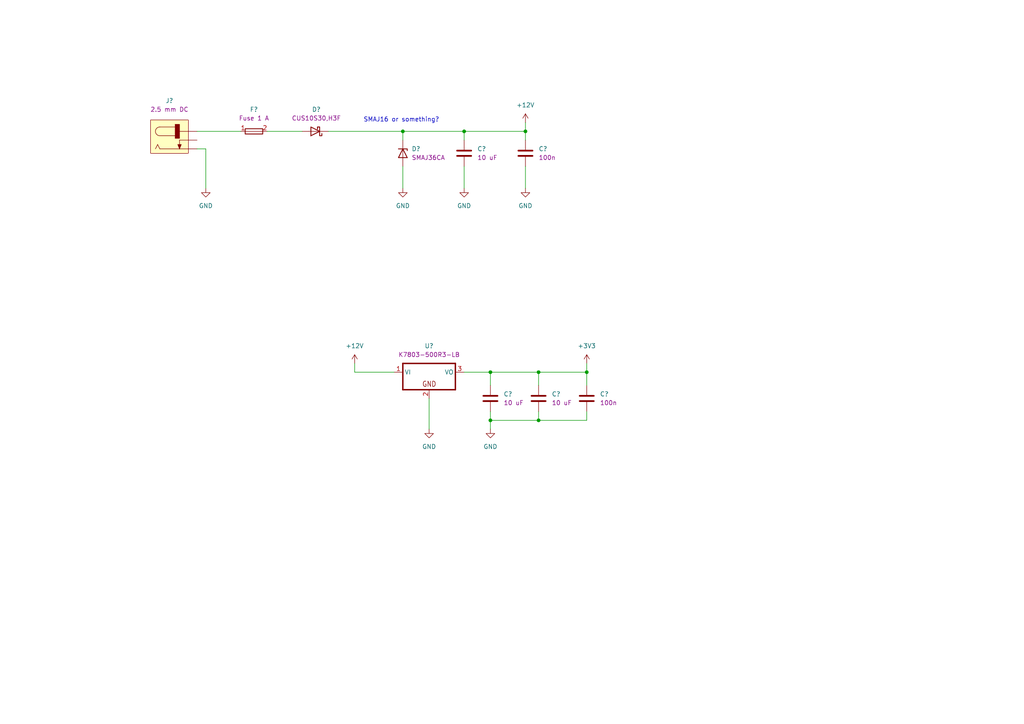
<source format=kicad_sch>
(kicad_sch (version 20211123) (generator eeschema)
  (paper "A4")
  (title_block (title "Gear Display Board") (date "2022-08-07") (rev "1.0") (company "Kallio Designs Oy") (comment 1 "Teemu Latonen") (comment 2 "ASSEMBLY_PN") (comment 3 "PCB_PN"))
  (lib_symbols
    (symbol "KD_Capacitor:C_0603_100n_X7R_100V" (pin_numbers hide) (pin_names hide)
      (property "Reference" "C" (at 2.54 1.27 0))
      (property "Code" "100n" (at 2.54 -1.27 0))
      (symbol "C_0603_100n_X7R_100V_0_1"
        (polyline (pts (xy -2.032 -0.762) (xy 2.032 -0.762)) (stroke (width 0.508)))
        (polyline (pts (xy -2.032 0.762) (xy 2.032 0.762)) (stroke (width 0.508)))
      )
      (symbol "C_0603_100n_X7R_100V_1_1"
        (pin passive line (at 0 3.81 270) (length 2.794) (name "~") (number "1"))
        (pin passive line (at 0 -3.81 90) (length 2.794) (name "~") (number "2"))
      )
    )
    (symbol "KD_Capacitor:C_1206_10u_50V" (pin_numbers hide) (pin_names hide)
      (property "Reference" "C" (at 2.54 1.27 0))
      (property "Code" "10 uF" (at 2.54 -1.27 0))
      (symbol "C_1206_10u_50V_0_1"
        (polyline (pts (xy -2.032 -0.762) (xy 2.032 -0.762)) (stroke (width 0.508)))
        (polyline (pts (xy -2.032 0.762) (xy 2.032 0.762)) (stroke (width 0.508)))
      )
      (symbol "C_1206_10u_50V_1_1"
        (pin passive line (at 0 3.81 270) (length 2.794) (name "~") (number "1"))
        (pin passive line (at 0 -3.81 90) (length 2.794) (name "~") (number "2"))
      )
    )
    (symbol "KD_Connector_Circular:DC_2.5_5.5_PJ-090BH" (pin_numbers hide) (pin_names hide)
      (property "Reference" "J" (at -13.716 7.366 0))
      (property "Code" "2.5 mm DC" (at -13.716 4.826 0))
      (symbol "DC_2.5_5.5_PJ-090BH_0_1"
        (rectangle (start -13.462 3.302) (end -2.54 -6.35) (fill (type background)))
        (rectangle (start -5.08 2.032) (end -6.35 -2.032) (fill (type outline)))
      )
      (symbol "DC_2.5_5.5_PJ-090BH_1_0"
        (polyline (pts (xy -11.43 -3.81) (xy -12.065 -5.08)))
        (polyline (pts (xy -10.795 -5.08) (xy -11.43 -3.81)))
        (polyline (pts (xy -10.795 1.27) (xy -6.35 1.27)))
        (polyline (pts (xy -6.35 -1.27) (xy -10.795 -1.27)))
        (polyline (pts (xy -5.08 -5.08) (xy -10.795 -5.08)))
        (polyline (pts (xy -5.08 -2.54) (xy -5.08 -5.08)))
      )
      (symbol "DC_2.5_5.5_PJ-090BH_1_1"
        (arc (start -10.795 1.27) (mid -12.065 0) (end -10.795 -1.27))
        (polyline (pts (xy -5.08 -5.08) (xy -5.588 -3.81) (xy -5.588 -3.81) (xy -4.572 -3.81) (xy -4.572 -3.81) (xy -5.08 -5.08)) (fill (type outline)))
        (pin power_out line (at 0 0 180) (length 5.08) (name "CENTER") (number "1"))
        (pin passive line (at 0 -5.08 180) (length 5.08) (name "SLEEVE") (number "2"))
        (pin passive line (at 0 -2.54 180) (length 5.08) (name "NC") (number "3"))
        (pin passive line (at 0 -5.08 180) (length 5.08) hide (name "CENTER") (number "4"))
      )
    )
    (symbol "KD_Devices_Other:Fuse_1A_C1F_1"
      (property "Reference" "F" (at 2.54 1.27 0))
      (property "Code" "Fuse 1 A" (at 2.54 -1.27 0))
      (symbol "Fuse_1A_C1F_1_0_1"
        (rectangle (start -0.762 -2.54) (end 0.762 2.54) (stroke (width 0.254)))
        (polyline (pts (xy 0 2.54) (xy 0 -2.54)))
      )
      (symbol "Fuse_1A_C1F_1_1_1"
        (pin passive line (at 0 3.81 270) (length 1.27) (name "~") (number "1"))
        (pin passive line (at 0 -3.81 90) (length 1.27) (name "~") (number "2"))
      )
    )
    (symbol "KD_Diode:Schottky_30V_1A_Toshiba_CUS10S30" (pin_numbers hide) (pin_names hide)
      (property "Reference" "D" (at 0 2.54 0))
      (property "Code" "CUS10S30,H3F" (at 0 -2.54 0))
      (symbol "Schottky_30V_1A_Toshiba_CUS10S30_0_1"
        (polyline (pts (xy 1.27 0) (xy -1.27 0)))
        (polyline (pts (xy 1.27 1.27) (xy 1.27 -1.27) (xy -1.27 0) (xy 1.27 1.27)) (stroke (width 0.254)))
        (polyline (pts (xy -1.905 0.635) (xy -1.905 1.27) (xy -1.27 1.27) (xy -1.27 -1.27) (xy -0.635 -1.27) (xy -0.635 -0.635)) (stroke (width 0.254)))
      )
      (symbol "Schottky_30V_1A_Toshiba_CUS10S30_1_1"
        (pin passive line (at -3.81 0 0) (length 2.54) (name "K") (number "1"))
        (pin passive line (at 3.81 0 180) (length 2.54) (name "A") (number "2"))
      )
    )
    (symbol "KD_Diode:TVS_36V_SMAJ36CA" (pin_numbers hide) (pin_names hide)
      (property "Reference" "D" (at 0 2.54 0))
      (property "Code" "SMAJ36CA" (at 0 -2.54 0))
      (symbol "TVS_36V_SMAJ36CA_0_1"
        (polyline (pts (xy 1.27 0) (xy -1.27 0)))
        (polyline (pts (xy -0.762 1.27) (xy -1.27 1.27) (xy -1.27 -1.27)) (stroke (width 0.254)))
        (polyline (pts (xy 1.27 1.27) (xy 1.27 -1.27) (xy -1.27 0) (xy 1.27 1.27)) (stroke (width 0.254)))
      )
      (symbol "TVS_36V_SMAJ36CA_1_1"
        (pin passive line (at -3.81 0 0) (length 2.54) (name "K") (number "1"))
        (pin passive line (at 3.81 0 180) (length 2.54) (name "A") (number "2"))
      )
    )
    (symbol "KD_IC_Regulator_DC_Converter:DC_DC_3V3+-_0A5_K7803-500R3-LB"
      (property "Reference" "U" (at -7.62 6.35 0))
      (property "Code" "K7803-500R3-LB" (at -7.62 3.81 0))
      (symbol "DC_DC_3V3+-_0A5_K7803-500R3-LB_1_0"
        (polyline (pts (xy -7.62 -5.08) (xy 7.62 -5.08)) (stroke (width 0.4064)))
        (polyline (pts (xy -7.62 2.54) (xy -7.62 -5.08)) (stroke (width 0.4064)))
        (polyline (pts (xy 7.62 -5.08) (xy 7.62 2.54)) (stroke (width 0.4064)))
        (polyline (pts (xy 7.62 2.54) (xy -7.62 2.54)) (stroke (width 0.4064)))
        (text "GND" (at -2.032 -4.318 0) (effects (font (size 1.524 1.2954)) (justify left bottom)))
        (pin passive line (at -10.16 0 0) (length 2.54) (name "VI") (number "1"))
        (pin passive line (at 0 -7.62 90) (length 2.54) (name "GND") (number "2"))
        (pin power_out line (at 10.16 0 180) (length 2.54) (name "VO") (number "3"))
      )
    )
    (symbol "power:+12V" (power) (pin_names (offset 0))
      (property "Value" "+12V" (at 0 3.556 0))
      (symbol "+12V_0_1"
        (polyline (pts (xy -0.762 1.27) (xy 0 2.54)))
        (polyline (pts (xy 0 0) (xy 0 2.54)))
        (polyline (pts (xy 0 2.54) (xy 0.762 1.27)))
      )
      (symbol "+12V_1_1"
        (pin power_in line (at 0 0 90) (length 0) hide (name "+12V") (number "1"))
      )
    )
    (symbol "power:+3V3" (power) (pin_names (offset 0))
      (property "Value" "+3V3" (at 0 3.556 0))
      (symbol "+3V3_0_1"
        (polyline (pts (xy -0.762 1.27) (xy 0 2.54)))
        (polyline (pts (xy 0 0) (xy 0 2.54)))
        (polyline (pts (xy 0 2.54) (xy 0.762 1.27)))
      )
      (symbol "+3V3_1_1"
        (pin power_in line (at 0 0 90) (length 0) hide (name "+3V3") (number "1"))
      )
    )
    (symbol "power:GND" (power) (pin_names (offset 0))
      (property "Value" "GND" (at 0 -3.81 0))
      (symbol "GND_0_1"
        (polyline (pts (xy 0 0) (xy 0 -1.27) (xy 1.27 -1.27) (xy 0 -2.54) (xy -1.27 -1.27) (xy 0 -1.27)))
      )
      (symbol "GND_1_1"
        (pin power_in line (at 0 0 270) (length 0) hide (name "GND") (number "1"))
      )
    )
  )
  (junction (at 156.21 107.95))
  (junction (at 142.24 107.95))
  (junction (at 116.84 38.1))
  (junction (at 156.21 121.92))
  (junction (at 170.18 107.95))
  (junction (at 152.4 38.1))
  (junction (at 134.62 38.1))
  (junction (at 142.24 121.92))
  (wire (pts (xy 134.62 107.95) (xy 142.24 107.95)))
  (wire (pts (xy 116.84 38.1) (xy 134.62 38.1)))
  (wire (pts (xy 170.18 119.38) (xy 170.18 121.92)))
  (wire (pts (xy 116.84 40.64) (xy 116.84 38.1)))
  (wire (pts (xy 77.47 38.1) (xy 87.63 38.1)))
  (wire (pts (xy 57.15 38.1) (xy 69.85 38.1)))
  (wire (pts (xy 124.46 115.57) (xy 124.46 124.46)))
  (wire (pts (xy 156.21 107.95) (xy 156.21 111.76)))
  (wire (pts (xy 134.62 38.1) (xy 152.4 38.1)))
  (wire (pts (xy 142.24 121.92) (xy 156.21 121.92)))
  (wire (pts (xy 134.62 48.26) (xy 134.62 54.61)))
  (wire (pts (xy 142.24 119.38) (xy 142.24 121.92)))
  (wire (pts (xy 142.24 121.92) (xy 142.24 124.46)))
  (wire (pts (xy 134.62 38.1) (xy 134.62 40.64)))
  (wire (pts (xy 59.69 43.18) (xy 59.69 54.61)))
  (wire (pts (xy 114.3 107.95) (xy 102.87 107.95)))
  (wire (pts (xy 152.4 48.26) (xy 152.4 54.61)))
  (wire (pts (xy 170.18 105.41) (xy 170.18 107.95)))
  (wire (pts (xy 102.87 107.95) (xy 102.87 105.41)))
  (wire (pts (xy 156.21 119.38) (xy 156.21 121.92)))
  (wire (pts (xy 116.84 48.26) (xy 116.84 54.61)))
  (wire (pts (xy 156.21 121.92) (xy 170.18 121.92)))
  (wire (pts (xy 142.24 107.95) (xy 156.21 107.95)))
  (wire (pts (xy 156.21 107.95) (xy 170.18 107.95)))
  (wire (pts (xy 95.25 38.1) (xy 116.84 38.1)))
  (wire (pts (xy 142.24 107.95) (xy 142.24 111.76)))
  (wire (pts (xy 57.15 43.18) (xy 59.69 43.18)))
  (wire (pts (xy 152.4 35.56) (xy 152.4 38.1)))
  (wire (pts (xy 170.18 111.76) (xy 170.18 107.95)))
  (wire (pts (xy 152.4 40.64) (xy 152.4 38.1)))
  (text "SMAJ16 or something?" (at 105.41 35.56 0) (effects (font (size 1.27 1.27)) (justify left bottom)))
  (symbol (lib_id "KD_Diode:TVS_36V_SMAJ36CA") (at 116.84 44.45 270) (unit 1)
    (property "Reference" "D?" (at 119.38 43.1799 90) (effects (justify left)))
    (property "Value" "TVS_36V_SMAJ36CA" (effects hide))
    (property "Footprint" "KD_Diode:D_SMA" (effects hide))
    (property "Datasheet" "https://www.yageo.com/upload/media/product/products/datasheet/cpc/tvs/SMAJ_1.pdf" (effects hide))
    (property "Code" "SMAJ36CA" (at 119.38 45.7199 90) (effects (justify left)))
    (property "Manufacturer" "YAGEO" (effects hide))
    (property "MFG_PartNo" "SMAJ36CA" (effects hide))
    (property "Supplier" "Digi-Key" (effects hide))
    (property "Supplier_PartNo" "13-SMAJ36CA TR13CT-ND" (effects hide))
    (property "DNP" "F" (effects hide))
    (property "Price" "0.2" (effects hide))
  )
  (symbol (lib_id "KD_Capacitor:C_0603_100n_X7R_100V") (at 152.4 44.45 0) (unit 1)
    (property "Reference" "C?" (at 156.21 43.1799 0) (effects (justify left)))
    (property "Value" "C_0603_100n_X7R_100V" (effects hide))
    (property "Footprint" "KD_Capacitor:C_0603_1608Metric" (effects hide))
    (property "Datasheet" "https://media.digikey.com/pdf/Data%20Sheets/Samsung%20PDFs/CL10B104KC8NNNC_Spec.pdf" (effects hide))
    (property "Code" "100n" (at 156.21 45.7199 0) (effects (justify left)))
    (property "Manufacturer" "Samsung Electro-Mechanics" (effects hide))
    (property "MFG_PartNo" "CL10B104KC8NNNC" (effects hide))
    (property "Supplier" "Digi-Key" (effects hide))
    (property "Supplier_PartNo" "1276-6807-1-ND" (effects hide))
    (property "DNP" "F" (effects hide))
    (property "Price" "0.03" (effects hide))
  )
  (symbol (lib_id "power:+12V") (at 102.87 105.41 0) (unit 1)
    (property "Reference" "#PWR?" (effects hide))
    (property "Value" "+12V" (at 102.87 100.33 0))
  )
  (symbol (lib_id "power:GND") (at 134.62 54.61 0) (unit 1)
    (property "Reference" "#PWR?" (effects hide))
    (property "Value" "GND" (at 134.62 59.69 0))
  )
  (symbol (lib_id "power:GND") (at 124.46 124.46 0) (unit 1)
    (property "Reference" "#PWR?" (effects hide))
    (property "Value" "GND" (at 124.46 129.54 0))
  )
  (symbol (lib_id "KD_Capacitor:C_0603_100n_X7R_100V") (at 170.18 115.57 0) (unit 1)
    (property "Reference" "C?" (at 173.99 114.2999 0) (effects (justify left)))
    (property "Value" "C_0603_100n_X7R_100V" (effects hide))
    (property "Footprint" "KD_Capacitor:C_0603_1608Metric" (effects hide))
    (property "Datasheet" "https://media.digikey.com/pdf/Data%20Sheets/Samsung%20PDFs/CL10B104KC8NNNC_Spec.pdf" (effects hide))
    (property "Code" "100n" (at 173.99 116.8399 0) (effects (justify left)))
    (property "Manufacturer" "Samsung Electro-Mechanics" (effects hide))
    (property "MFG_PartNo" "CL10B104KC8NNNC" (effects hide))
    (property "Supplier" "Digi-Key" (effects hide))
    (property "Supplier_PartNo" "1276-6807-1-ND" (effects hide))
    (property "DNP" "F" (effects hide))
    (property "Price" "0.03" (effects hide))
  )
  (symbol (lib_id "power:+3V3") (at 170.18 105.41 0) (unit 1)
    (property "Reference" "#PWR?" (effects hide))
    (property "Value" "+3V3" (at 170.18 100.33 0))
  )
  (symbol (lib_id "power:GND") (at 142.24 124.46 0) (unit 1)
    (property "Reference" "#PWR?" (effects hide))
    (property "Value" "GND" (at 142.24 129.54 0))
  )
  (symbol (lib_id "KD_Capacitor:C_1206_10u_50V") (at 134.62 44.45 0) (unit 1)
    (property "Reference" "C?" (at 138.43 43.1799 0) (effects (justify left)))
    (property "Value" "C_1206_10u_50V" (effects hide))
    (property "Footprint" "KD_Capacitor:C_1206_3216Metric" (effects hide))
    (property "Datasheet" "datasheet" (effects hide))
    (property "Code" "10 uF" (at 138.43 45.7199 0) (effects (justify left)))
    (property "Manufacturer" "Samsung Electro-Mechanics" (effects hide))
    (property "MFG_PartNo" "CL31B106KBHNNNE" (effects hide))
    (property "Supplier" "Digi-Key" (effects hide))
    (property "Supplier_PartNo" "1276-6767-1-ND" (effects hide))
    (property "DNP" "F" (effects hide))
    (property "Price" "0.10" (effects hide))
  )
  (symbol (lib_id "KD_Devices_Other:Fuse_1A_C1F_1") (at 73.66 38.1 90) (unit 1)
    (property "Reference" "F?" (at 73.66 31.75 90))
    (property "Value" "Fuse_1A_C1F_1" (effects hide))
    (property "Footprint" "KD_Resistor:R_1206_3216Metric" (effects hide))
    (property "Datasheet" "https://belfuse.com/resources/datasheets/circuitprotection/ds-cp-c1f-series.pdf" (effects hide))
    (property "Code" "Fuse 1 A" (at 73.66 34.29 90))
    (property "Manufacturer" "Bel Fuse Inc." (effects hide))
    (property "MFG_PartNo" "C1F 1" (effects hide))
    (property "Supplier" "Digi-Key" (effects hide))
    (property "Supplier_PartNo" "507-1878-1-ND" (effects hide))
    (property "DNP" "F" (effects hide))
    (property "Price" "0.15" (effects hide))
  )
  (symbol (lib_id "power:GND") (at 59.69 54.61 0) (unit 1)
    (property "Reference" "#PWR0103" (effects hide))
    (property "Value" "GND" (at 59.69 59.69 0))
  )
  (symbol (lib_id "KD_Diode:Schottky_30V_1A_Toshiba_CUS10S30") (at 91.44 38.1 180) (unit 1)
    (property "Reference" "D?" (at 91.7575 31.75 0))
    (property "Value" "Schottky_30V_1A_Toshiba_CUS10S30" (effects hide))
    (property "Footprint" "KD_Diode:D_SOD-323" (effects hide))
    (property "Datasheet" "https://toshiba.semicon-storage.com/info/docget.jsp?did=14077&prodName=CUS10S30" (effects hide))
    (property "Code" "CUS10S30,H3F" (at 91.7575 34.29 0))
    (property "Manufacturer" "Toshiba Semiconductor and Storage" (effects hide))
    (property "MFG_PartNo" "CUS10S30,H3F" (effects hide))
    (property "Supplier" "Digi-Key" (effects hide))
    (property "Supplier_PartNo" "CUS10S30H3FCT-ND" (effects hide))
    (property "DNP" "F" (effects hide))
    (property "Price" "0.2" (effects hide))
  )
  (symbol (lib_id "power:+12V") (at 152.4 35.56 0) (unit 1)
    (property "Reference" "#PWR?" (effects hide))
    (property "Value" "+12V" (at 152.4 30.48 0))
  )
  (symbol (lib_id "power:GND") (at 116.84 54.61 0) (unit 1)
    (property "Reference" "#PWR?" (effects hide))
    (property "Value" "GND" (at 116.84 59.69 0))
  )
  (symbol (lib_id "KD_Connector_Circular:DC_2.5_5.5_PJ-090BH") (at 57.15 38.1 0) (unit 1)
    (property "Reference" "J?" (at 49.149 29.21 0))
    (property "Value" "DC_2.5_5.5_PJ-090BH" (effects hide))
    (property "Footprint" "KD_Connector_Circular:CON_DC_2.5_5.5_PJ-090BH" (effects hide))
    (property "Datasheet" "https://www.cuidevices.com/product/resource/digikeypdf/pj-102b.pdf" (effects hide))
    (property "Code" "2.5 mm DC" (at 49.149 31.75 0))
    (property "Manufacturer" "CUI Devices" (effects hide))
    (property "MFG_PartNo" "PJ-090BH" (effects hide))
    (property "Supplier" "Digi-Key" (effects hide))
    (property "Supplier_PartNo" "102-5562-1-ND" (effects hide))
    (property "DNP" "F" (effects hide))
    (property "Price" "1.7" (effects hide))
  )
  (symbol (lib_id "KD_Capacitor:C_1206_10u_50V") (at 156.21 115.57 0) (unit 1)
    (property "Reference" "C?" (at 160.02 114.2999 0) (effects (justify left)))
    (property "Value" "C_1206_10u_50V" (effects hide))
    (property "Footprint" "KD_Capacitor:C_1206_3216Metric" (effects hide))
    (property "Datasheet" "datasheet" (effects hide))
    (property "Code" "10 uF" (at 160.02 116.8399 0) (effects (justify left)))
    (property "Manufacturer" "Samsung Electro-Mechanics" (effects hide))
    (property "MFG_PartNo" "CL31B106KBHNNNE" (effects hide))
    (property "Supplier" "Digi-Key" (effects hide))
    (property "Supplier_PartNo" "1276-6767-1-ND" (effects hide))
    (property "DNP" "F" (effects hide))
    (property "Price" "0.10" (effects hide))
  )
  (symbol (lib_id "KD_IC_Regulator_DC_Converter:DC_DC_3V3+-_0A5_K7803-500R3-LB") (at 124.46 107.95 0) (unit 1)
    (property "Reference" "U?" (at 124.46 100.33 0))
    (property "Value" "DC_DC_3V3+-_0A5_K7803-500R3-LB" (effects hide))
    (property "Footprint" "KD_IC_DCDC_Converter:DC_DC_Mornsun_K78xx-500R3-LB" (effects hide))
    (property "Datasheet" "https://www.mornsun-power.com/html/pdf/K7803-500R3-LB.html" (effects hide))
    (property "Code" "K7803-500R3-LB" (at 124.46 102.87 0))
    (property "Manufacturer" "Mornsun America, LLC" (effects hide))
    (property "MFG_PartNo" "K7803-500R3-LB" (effects hide))
    (property "Supplier" "Digi-Key" (effects hide))
    (property "Supplier_PartNo" "2725-K7803-500R3-LB-ND" (effects hide))
    (property "DNP" "F" (effects hide))
    (property "Price" "1" (effects hide))
  )
  (symbol (lib_id "KD_Capacitor:C_1206_10u_50V") (at 142.24 115.57 0) (unit 1)
    (property "Reference" "C?" (at 146.05 114.2999 0) (effects (justify left)))
    (property "Value" "C_1206_10u_50V" (effects hide))
    (property "Footprint" "KD_Capacitor:C_1206_3216Metric" (effects hide))
    (property "Datasheet" "datasheet" (effects hide))
    (property "Code" "10 uF" (at 146.05 116.8399 0) (effects (justify left)))
    (property "Manufacturer" "Samsung Electro-Mechanics" (effects hide))
    (property "MFG_PartNo" "CL31B106KBHNNNE" (effects hide))
    (property "Supplier" "Digi-Key" (effects hide))
    (property "Supplier_PartNo" "1276-6767-1-ND" (effects hide))
    (property "DNP" "F" (effects hide))
    (property "Price" "0.10" (effects hide))
  )
  (symbol (lib_id "power:GND") (at 152.4 54.61 0) (unit 1)
    (property "Reference" "#PWR?" (effects hide))
    (property "Value" "GND" (at 152.4 59.69 0))
  )
)
</source>
